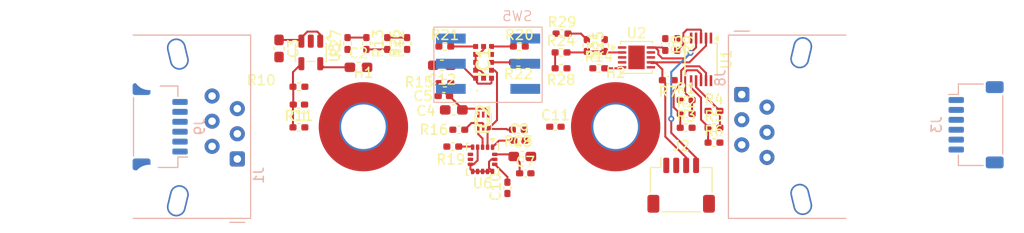
<source format=kicad_pcb>
(kicad_pcb (version 20241229) (generator "pcbnew") (generator_version "9.0")
  (layers (0 "F.Cu" signal) (4 "In1.Cu" signal) (6 "In2.Cu" signal) (2 "B.Cu" signal) (13 "F.Paste" user) (15 "B.Paste" user) (5 "F.SilkS" user "F.Silkscreen") (7 "B.SilkS" user "B.Silkscreen") (1 "F.Mask" user) (3 "B.Mask" user) (25 "Edge.Cuts" user))
  (net 0 "")
  (net 1 "+3.3V")
  (net 2 "Net-(U5-FB)")
  (net 3 "GND")
  (net 4 "+5V")
  (net 5 "Net-(U6-REGOUT)")
  (net 7 "Net-(J3-Pin_2)")
  (net 8 "Net-(J3-Pin_3)")
  (net 9 "Net-(J3-Pin_5)")
  (net 10 "Net-(J3-Pin_4)")
  (net 11 "Net-(J2-Pin_3)")
  (net 12 "Net-(J2-Pin_4)")
  (net 13 "Net-(U1-EN)")
  (net 14 "Net-(R12-Pad1)")
  (net 15 "Net-(U2-XORL)")
  (net 16 "Net-(R13-Pad1)")
  (net 17 "Net-(U2-ENABLE)")
  (net 18 "Net-(U6-~{CS})")
  (net 19 "/Sensors/sda")
  (net 20 "/Sensors/scl")
  (net 21 "Net-(U2-XORH)")
  (net 22 "Net-(R24-Pad1)")
  (net 23 "Net-(R25-Pad1)")
  (net 27 "Net-(IC2-VDD)")
  (net 28 "Net-(IC1-XSHUT)")
  (net 30 "Net-(IC1-GPIO1)")
  (net 31 "Net-(IC2-~{INT})")
  (net 36 "+3V3")
  (footprint "Resistor_SMD:R_0402_1005Metric_Pad0.72x0.64mm_HandSolder" (layer "F.Cu") (at 104.1 94.6 180)
    (property "Reference" "R23" (at 0 -1.17 0) (layer "F.SilkS"))
    (property "Value" "4.7k")
    (pad "1" smd roundrect (at -0.5975 0 180) (size 0.715 0.64) (layers "F.Cu" "F.Mask" "F.Paste") (net 1 "+3.3V"))
    (pad "2" smd roundrect (at 0.5975 0 180) (size 0.715 0.64) (layers "F.Cu" "F.Mask" "F.Paste") (net 20 "/Sensors/scl"))
  )
  (footprint "Resistor_SMD:R_0402_1005Metric_Pad0.72x0.64mm_HandSolder" (layer "F.Cu") (at 123.8025 92.7)
    (property "Reference" "R4" (at 0 -1.17 0) (layer "F.SilkS"))
    (property "Value" "600")
    (pad "1" smd roundrect (at -0.5975 0) (size 0.715 0.64) (layers "F.Cu" "F.Mask" "F.Paste") (net 4 "+5V"))
    (pad "2" smd roundrect (at 0.5975 0) (size 0.715 0.64) (layers "F.Cu" "F.Mask" "F.Paste") (net 10 "Net-(J3-Pin_4)"))
  )
  (footprint "Resistor_SMD:R_0402_1005Metric_Pad0.72x0.64mm_HandSolder" (layer "F.Cu") (at 108.4025 88.4 180)
    (property "Reference" "R28" (at 0 -1.17 0) (layer "F.SilkS"))
    (property "Value" "80k")
    (pad "1" smd roundrect (at -0.5975 0 180) (size 0.715 0.64) (layers "F.Cu" "F.Mask" "F.Paste") (net 1 "+3.3V"))
    (pad "2" smd roundrect (at 0.5975 0 180) (size 0.715 0.64) (layers "F.Cu" "F.Mask" "F.Paste") (net 22 "Net-(R24-Pad1)"))
  )
  (footprint "Resistor_SMD:R_0402_1005Metric_Pad0.72x0.64mm_HandSolder" (layer "F.Cu") (at 111 86.1 -90)
    (property "Reference" "R25" (at 0 -1.17 90) (layer "F.SilkS"))
    (property "Value" "780k")
    (pad "1" smd roundrect (at -0.5975 0 270) (size 0.715 0.64) (layers "F.Cu" "F.Mask" "F.Paste") (net 23 "Net-(R25-Pad1)"))
    (pad "2" smd roundrect (at 0.5975 0 270) (size 0.715 0.64) (layers "F.Cu" "F.Mask" "F.Paste") (net 21 "Net-(U2-XORH)"))
  )
  (footprint "Package_SO:TSSOP-10_3x3mm_P0.5mm" (layer "F.Cu") (at 122.5 87.5 -90)
    (property "Reference" "U1" (at 0 -2.55 90) (layer "F.SilkS"))
    (property "Value" "PCA9615DP")
    (pad "1" smd rect (at -2.15 -1 270) (size 1.1 0.25) (layers "F.Cu" "F.Mask" "F.Paste") (net 1 "+3.3V"))
    (pad "2" smd rect (at -2.15 -0.5 270) (size 1.1 0.25) (layers "F.Cu" "F.Mask" "F.Paste") (net 11 "Net-(J2-Pin_3)"))
    (pad "3" smd rect (at -2.15 0 270) (size 1.1 0.25) (layers "F.Cu" "F.Mask" "F.Paste") (net 13 "Net-(U1-EN)"))
    (pad "4" smd rect (at -2.15 0.5 270) (size 1.1 0.25) (layers "F.Cu" "F.Mask" "F.Paste") (net 12 "Net-(J2-Pin_4)"))
    (pad "5" smd rect (at -2.15 1 270) (size 1.1 0.25) (layers "F.Cu" "F.Mask" "F.Paste") (net 3 "GND"))
    (pad "6" smd rect (at 2.15 1 270) (size 1.1 0.25) (layers "F.Cu" "F.Mask" "F.Paste") (net 9 "Net-(J3-Pin_5)"))
    (pad "7" smd rect (at 2.15 0.5 270) (size 1.1 0.25) (layers "F.Cu" "F.Mask" "F.Paste") (net 10 "Net-(J3-Pin_4)"))
    (pad "8" smd rect (at 2.15 0 270) (size 1.1 0.25) (layers "F.Cu" "F.Mask" "F.Paste") (net 7 "Net-(J3-Pin_2)"))
    (pad "9" smd rect (at 2.15 -0.5 270) (size 1.1 0.25) (layers "F.Cu" "F.Mask" "F.Paste") (net 8 "Net-(J3-Pin_3)"))
    (pad "10" smd rect (at 2.15 -1 270) (size 1.1 0.25) (layers "F.Cu" "F.Mask" "F.Paste") (net 4 "+5V"))
  )
  (footprint "ISL29125:ISL29125IROZT7" (layer "F.Cu") (at 100.5625 93.8 -90)
    (property "Reference" "IC2" (at -0.238 0 90) (layer "F.SilkS") (effects (font (size 1.27 1.27) (thickness 0.254))))
    (property "Value" "ISL29125IROZ-T7" (hide yes))
    (pad "1" smd rect (at -0.65 -0.5) (size 0.25 0.75) (layers "F.Cu" "F.Mask" "F.Paste") (net 27 "Net-(IC2-VDD)"))
    (pad "2" smd rect (at -0.725 0) (size 0.25 0.6) (layers "F.Cu" "F.Mask" "F.Paste"))
    (pad "3" smd rect (at -0.725 0.5) (size 0.25 0.6) (layers "F.Cu" "F.Mask" "F.Paste") (net 3 "GND"))
    (pad "4" smd rect (at 0.725 0.5) (size 0.25 0.6) (layers "F.Cu" "F.Mask" "F.Paste") (net 19 "/Sensors/sda"))
    (pad "5" smd rect (at 0.725 0) (size 0.25 0.6) (layers "F.Cu" "F.Mask" "F.Paste") (net 31 "Net-(IC2-~{INT})"))
    (pad "6" smd rect (at 0.725 -0.5) (size 0.25 0.6) (layers "F.Cu" "F.Mask" "F.Paste") (net 20 "/Sensors/scl"))
  )
  (footprint "Resistor_SMD:R_0402_1005Metric_Pad0.72x0.64mm_HandSolder" (layer "F.Cu") (at 104.1025 87.8 180)
    (property "Reference" "R22" (at 0 -1.17 0) (layer "F.SilkS"))
    (property "Value" "4.7k")
    (pad "1" smd roundrect (at -0.5975 0 180) (size 0.715 0.64) (layers "F.Cu" "F.Mask" "F.Paste") (net 1 "+3.3V"))
    (pad "2" smd roundrect (at 0.5975 0 180) (size 0.715 0.64) (layers "F.Cu" "F.Mask" "F.Paste") (net 19 "/Sensors/sda"))
  )
  (footprint "Capacitor_SMD:C_0603_1608Metric_Pad1.08x0.95mm_HandSolder" (layer "F.Cu") (at 80 86.4 -90)
    (property "Reference" "C3" (at 0 -1.43 90) (layer "F.SilkS"))
    (property "Value" "1u")
    (pad "1" smd roundrect (at -0.8625 0 270) (size 1.075 0.95) (layers "F.Cu" "F.Mask" "F.Paste") (net 4 "+5V"))
    (pad "2" smd roundrect (at 0.8625 0 270) (size 1.075 0.95) (layers "F.Cu" "F.Mask" "F.Paste") (net 3 "GND"))
  )
  (footprint "MountingHole:MountingHole_4.5mm_Pad_TopOnly" (layer "F.Cu") (at 88.5 94.3)
    (property "Reference" "H1" (at 0 -5.45 0) (layer "F.SilkS"))
    (property "Value" "MountingHole_Pad")
    (pad "1" thru_hole circle (at 0 0) (size 4.9 4.9) (drill 4.5) (layers "*.Cu" "*.Mask") (net 3 "GND"))
    (pad "1" connect circle (at 0 0) (size 9 9) (layers "F.Cu" "F.Mask") (net 3 "GND"))
  )
  (footprint "Package_LGA:LGA-16_3x3mm_P0.5mm_LayoutBorder3x5y" (layer "F.Cu") (at 100.5 97.5875 -90)
    (property "Reference" "U6" (at 2.4125 0 180) (layer "F.SilkS"))
    (property "Value" "ICM-20602")
    (pad "1" smd roundrect (at -1.225 -1 270) (size 0.55 0.35) (layers "F.Cu" "F.Mask" "F.Paste") (net 1 "+3.3V"))
    (pad "2" smd roundrect (at -1.225 -0.5 270) (size 0.55 0.35) (layers "F.Cu" "F.Mask" "F.Paste") (net 20 "/Sensors/scl"))
    (pad "3" smd roundrect (at -1.225 0 270) (size 0.55 0.35) (layers "F.Cu" "F.Mask" "F.Paste") (net 19 "/Sensors/sda"))
    (pad "4" smd roundrect (at -1.225 0.5 270) (size 0.55 0.35) (layers "F.Cu" "F.Mask" "F.Paste") (net 3 "GND"))
    (pad "5" smd roundrect (at -1.225 1 270) (size 0.55 0.35) (layers "F.Cu" "F.Mask" "F.Paste") (net 18 "Net-(U6-~{CS})"))
    (pad "6" smd roundrect (at -0.5 1.225 270) (size 0.35 0.55) (layers "F.Cu" "F.Mask" "F.Paste"))
    (pad "7" smd roundrect (at 0 1.225 270) (size 0.35 0.55) (layers "F.Cu" "F.Mask" "F.Paste"))
    (pad "8" smd roundrect (at 0.5 1.225 270) (size 0.35 0.55) (layers "F.Cu" "F.Mask" "F.Paste") (net 3 "GND"))
    (pad "9" smd roundrect (at 1.225 1 270) (size 0.55 0.35) (layers "F.Cu" "F.Mask" "F.Paste") (net 3 "GND"))
    (pad "10" smd roundrect (at 1.225 0.5 270) (size 0.55 0.35) (layers "F.Cu" "F.Mask" "F.Paste") (net 3 "GND"))
    (pad "11" smd roundrect (at 1.225 0 270) (size 0.55 0.35) (layers "F.Cu" "F.Mask" "F.Paste") (net 3 "GND"))
    (pad "12" smd roundrect (at 1.225 -0.5 270) (size 0.55 0.35) (layers "F.Cu" "F.Mask" "F.Paste") (net 3 "GND"))
    (pad "13" smd roundrect (at 1.225 -1 270) (size 0.55 0.35) (layers "F.Cu" "F.Mask" "F.Paste") (net 3 "GND"))
    (pad "14" smd roundrect (at 0.5 -1.225 270) (size 0.35 0.55) (layers "F.Cu" "F.Mask" "F.Paste") (net 5 "Net-(U6-REGOUT)"))
    (pad "15" smd roundrect (at 0 -1.225 270) (size 0.35 0.55) (layers "F.Cu" "F.Mask" "F.Paste") (net 3 "GND"))
    (pad "16" smd roundrect (at -0.5 -1.225 270) (size 0.35 0.55) (layers "F.Cu" "F.Mask" "F.Paste") (net 1 "+3.3V"))
  )
  (footprint "Resistor_SMD:R_0402_1005Metric_Pad0.72x0.64mm_HandSolder" (layer "F.Cu") (at 119.2025 89.6 180)
    (property "Reference" "R7" (at 0 -1.17 0) (layer "F.SilkS"))
    (property "Value" "4.7k")
    (pad "1" smd roundrect (at -0.5975 0 180) (size 0.715 0.64) (layers "F.Cu" "F.Mask" "F.Paste") (net 1 "+3.3V"))
    (pad "2" smd roundrect (at 0.5975 0 180) (size 0.715 0.64) (layers "F.Cu" "F.Mask" "F.Paste") (net 11 "Net-(J2-Pin_3)"))
  )
  (footprint "VL53L4CD:VL53L4CDV0DH1" (layer "F.Cu") (at 100.6 87.8 -90)
    (property "Reference" "IC1" (at 0 0 90) (layer "F.SilkS") (effects (font (size 1.27 1.27) (thickness 0.254))))
    (property "Value" "VL53L4CDV0DH_1" (hide yes))
    (pad "1" smd rect (at 1.64 0.675) (size 0.25 0.58) (layers "F.Cu" "F.Mask" "F.Paste") (net 36 "+3V3"))
    (pad "2" smd rect (at 0.8 0.8) (size 0.5 0.5) (layers "F.Cu" "F.Mask" "F.Paste") (net 3 "GND"))
    (pad "3" smd rect (at 0 0.8) (size 0.5 0.5) (layers "F.Cu" "F.Mask" "F.Paste") (net 3 "GND"))
    (pad "4" smd rect (at -0.8 0.8) (size 0.5 0.5) (layers "F.Cu" "F.Mask" "F.Paste") (net 3 "GND"))
    (pad "5" smd rect (at -1.6 0.8) (size 0.5 0.5) (layers "F.Cu" "F.Mask" "F.Paste") (net 28 "Net-(IC1-XSHUT)"))
    (pad "6" smd rect (at -1.6 0) (size 0.5 0.5) (layers "F.Cu" "F.Mask" "F.Paste") (net 3 "GND"))
    (pad "7" smd rect (at -1.6 -0.8) (size 0.5 0.5) (layers "F.Cu" "F.Mask" "F.Paste") (net 30 "Net-(IC1-GPIO1)"))
    (pad "8" smd rect (at -0.8 -0.8) (size 0.5 0.5) (layers "F.Cu" "F.Mask" "F.Paste"))
    (pad "9" smd rect (at 0 -0.8) (size 0.5 0.5) (layers "F.Cu" "F.Mask" "F.Paste") (net 19 "/Sensors/sda"))
    (pad "10" smd rect (at 0.8 -0.8) (size 0.5 0.5) (layers "F.Cu" "F.Mask" "F.Paste") (net 20 "/Sensors/scl"))
    (pad "11" smd rect (at 1.6 -0.8) (size 0.5 0.5) (layers "F.Cu" "F.Mask" "F.Paste") (net 36 "+3V3"))
    (pad "12" smd rect (at 1.6 -0.001) (size 0.5 0.5) (layers "F.Cu" "F.Mask" "F.Paste") (net 3 "GND"))
    (pad "13" smd rect (at 1.6 0.925) (size 0.25 0.5) (layers "F.Cu" "F.Mask" "F.Paste") (net 36 "+3V3"))
  )
  (footprint "Resistor_SMD:R_0402_1005Metric_Pad0.72x0.64mm_HandSolder" (layer "F.Cu") (at 96.7025 89.9)
    (property "Reference" "R15" (at -2.6025 -0.1 0) (layer "F.SilkS"))
    (property "Value" "100")
    (pad "1" smd roundrect (at -0.5975 0) (size 0.715 0.64) (layers "F.Cu" "F.Mask" "F.Paste") (net 27 "Net-(IC2-VDD)"))
    (pad "2" smd roundrect (at 0.5975 0) (size 0.715 0.64) (layers "F.Cu" "F.Mask" "F.Paste") (net 1 "+3.3V"))
  )
  (footprint "Capacitor_SMD:C_0603_1608Metric_Pad1.08x0.95mm_HandSolder" (layer "F.Cu") (at 88 88.3)
    (property "Reference" "C2" (at 0 -1.43 0) (layer "F.SilkS"))
    (property "Value" "1u")
    (pad "1" smd roundrect (at -0.8625 0) (size 1.075 0.95) (layers "F.Cu" "F.Mask" "F.Paste") (net 1 "+3.3V"))
    (pad "2" smd roundrect (at 0.8625 0) (size 1.075 0.95) (layers "F.Cu" "F.Mask" "F.Paste") (net 3 "GND"))
  )
  (footprint "Resistor_SMD:R_0402_1005Metric_Pad0.72x0.64mm_HandSolder" (layer "F.Cu") (at 90.9 85.8975 -90)
    (property "Reference" "R12" (at 0 -1.17 90) (layer "F.SilkS"))
    (property "Value" "400k")
    (pad "1" smd roundrect (at -0.5975 0 270) (size 0.715 0.64) (layers "F.Cu" "F.Mask" "F.Paste") (net 14 "Net-(R12-Pad1)"))
    (pad "2" smd roundrect (at 0.5975 0 270) (size 0.715 0.64) (layers "F.Cu" "F.Mask" "F.Paste") (net 15 "Net-(U2-XORL)"))
  )
  (footprint "Resistor_SMD:R_0402_1005Metric_Pad0.72x0.64mm_HandSolder" (layer "F.Cu") (at 112.2 88.4)
    (property "Reference" "R14" (at 0 -1.17 0) (layer "F.SilkS"))
    (property "Value" "10k")
    (pad "1" smd roundrect (at -0.5975 0) (size 0.715 0.64) (layers "F.Cu" "F.Mask" "F.Paste") (net 1 "+3.3V"))
    (pad "2" smd roundrect (at 0.5975 0) (size 0.715 0.64) (layers "F.Cu" "F.Mask" "F.Paste") (net 17 "Net-(U2-ENABLE)"))
  )
  (footprint "Resistor_SMD:R_0402_1005Metric_Pad0.72x0.64mm_HandSolder" (layer "F.Cu") (at 92.9 85.8975 90)
    (property "Reference" "R26" (at 0 -1.17 90) (layer "F.SilkS"))
    (property "Value" "10k")
    (pad "1" smd roundrect (at -0.5975 0 90) (size 0.715 0.64) (layers "F.Cu" "F.Mask" "F.Paste") (net 1 "+3.3V"))
    (pad "2" smd roundrect (at 0.5975 0 90) (size 0.715 0.64) (layers "F.Cu" "F.Mask" "F.Paste") (net 14 "Net-(R12-Pad1)"))
  )
  (footprint "Capacitor_SMD:C_0603_1608Metric_Pad1.08x0.95mm_HandSolder" (layer "F.Cu") (at 104.5 97.3)
    (property "Reference" "C8" (at 0 -1.43 0) (layer "F.SilkS"))
    (property "Value" "2.2u")
    (pad "1" smd roundrect (at -0.8625 0) (size 1.075 0.95) (layers "F.Cu" "F.Mask" "F.Paste") (net 1 "+3.3V"))
    (pad "2" smd roundrect (at 0.8625 0) (size 1.075 0.95) (layers "F.Cu" "F.Mask" "F.Paste") (net 3 "GND"))
  )
  (footprint "Capacitor_SMD:C_0402_1005Metric_Pad0.74x0.62mm_HandSolder" (layer "F.Cu") (at 107.835 94.3)
    (property "Reference" "C11" (at 0 -1.16 0) (layer "F.SilkS"))
    (property "Value" "0.1u")
    (pad "1" smd roundrect (at -0.5675 0) (size 0.735 0.62) (layers "F.Cu" "F.Mask" "F.Paste") (net 36 "+3V3"))
    (pad "2" smd roundrect (at 0.5675 0) (size 0.735 0.62) (layers "F.Cu" "F.Mask" "F.Paste") (net 3 "GND"))
  )
  (footprint "Resistor_SMD:R_0402_1005Metric_Pad0.72x0.64mm_HandSolder" (layer "F.Cu") (at 108.5 84.9)
    (property "Reference" "R29" (at 0 -1.17 0) (layer "F.SilkS"))
    (property "Value" "40k")
    (pad "1" smd roundrect (at -0.5975 0) (size 0.715 0.64) (layers "F.Cu" "F.Mask" "F.Paste") (net 1 "+3.3V"))
    (pad "2" smd roundrect (at 0.5975 0) (size 0.715 0.64) (layers "F.Cu" "F.Mask" "F.Paste") (net 23 "Net-(R25-Pad1)"))
  )
  (footprint "Resistor_SMD:R_0402_1005Metric_Pad0.72x0.64mm_HandSolder" (layer "F.Cu") (at 121 91.6)
    (property "Reference" "R1" (at 0 -1.17 0) (layer "F.SilkS"))
    (property "Value" "600")
    (pad "1" smd roundrect (at -0.5975 0) (size 0.715 0.64) (layers "F.Cu" "F.Mask" "F.Paste") (net 4 "+5V"))
    (pad "2" smd roundrect (at 0.5975 0) (size 0.715 0.64) (layers "F.Cu" "F.Mask" "F.Paste") (net 7 "Net-(J3-Pin_2)"))
  )
  (footprint "Resistor_SMD:R_0402_1005Metric_Pad0.72x0.64mm_HandSolder" (layer "F.Cu") (at 97.5 96.3)
    (property "Reference" "R19" (at -0.2 1.3 0) (layer "F.SilkS"))
    (property "Value" "4.7k")
    (pad "1" smd roundrect (at -0.5975 0) (size 0.715 0.64) (layers "F.Cu" "F.Mask" "F.Paste") (net 1 "+3.3V"))
    (pad "2" smd roundrect (at 0.5975 0) (size 0.715 0.64) (layers "F.Cu" "F.Mask" "F.Paste") (net 18 "Net-(U6-~{CS})"))
  )
  (footprint "Resistor_SMD:R_0402_1005Metric_Pad0.72x0.64mm_HandSolder" (layer "F.Cu") (at 118.9 86.0025 -90)
    (property "Reference" "R8" (at 0 -1.17 90) (layer "F.SilkS"))
    (property "Value" "4.7k")
    (pad "1" smd roundrect (at -0.5975 0 270) (size 0.715 0.64) (layers "F.Cu" "F.Mask" "F.Paste") (net 1 "+3.3V"))
    (pad "2" smd roundrect (at 0.5975 0 270) (size 0.715 0.64) (layers "F.Cu" "F.Mask" "F.Paste") (net 12 "Net-(J2-Pin_4)"))
  )
  (footprint "Resistor_SMD:R_0402_1005Metric_Pad0.72x0.64mm_HandSolder" (layer "F.Cu") (at 86.9 85.8975 90)
    (property "Reference" "R27" (at 0 -1.17 90) (layer "F.SilkS"))
    (property "Value" "10k")
    (pad "1" smd roundrect (at -0.5975 0 90) (size 0.715 0.64) (layers "F.Cu" "F.Mask" "F.Paste") (net 1 "+3.3V"))
    (pad "2" smd roundrect (at 0.5975 0 90) (size 0.715 0.64) (layers "F.Cu" "F.Mask" "F.Paste") (net 16 "Net-(R13-Pad1)"))
  )
  (footprint "Resistor_SMD:R_0402_1005Metric_Pad0.72x0.64mm_HandSolder" (layer "F.Cu") (at 123.805 95.9)
    (property "Reference" "R6" (at 0 -1.17 0) (layer "F.SilkS"))
    (property "Value" "600")
    (pad "1" smd roundrect (at -0.5975 0) (size 0.715 0.64) (layers "F.Cu" "F.Mask" "F.Paste") (net 9 "Net-(J3-Pin_5)"))
    (pad "2" smd roundrect (at 0.5975 0) (size 0.715 0.64) (layers "F.Cu" "F.Mask" "F.Paste") (net 3 "GND"))
  )
  (footprint "Connector_JST:JST_SH_SM04B-SRSS-TB_1x04-1MP_P1.00mm_Horizontal" (layer "F.Cu") (at 120.5 100.2)
    (property "Reference" "J2" (at 0 -3.98 0) (layer "F.SilkS"))
    (property "Value" "Conn_01x04")
    (pad "1" smd roundrect (at -1.5 -2) (size 0.6 1.55) (layers "F.Cu" "F.Mask" "F.Paste") (net 3 "GND"))
    (pad "2" smd roundrect (at -0.5 -2) (size 0.6 1.55) (layers "F.Cu" "F.Mask" "F.Paste") (net 4 "+5V"))
    (pad "3" smd roundrect (at 0.5 -2) (size 0.6 1.55) (layers "F.Cu" "F.Mask" "F.Paste") (net 11 "Net-(J2-Pin_3)"))
    (pad "4" smd roundrect (at 1.5 -2) (size 0.6 1.55) (layers "F.Cu" "F.Mask" "F.Paste") (net 12 "Net-(J2-Pin_4)"))
    (pad "MP" smd roundrect (at -2.8 1.875) (size 1.2 1.8) (layers "F.Cu" "F.Mask" "F.Paste") (roundrect_rratio 0.208333))
    (pad "MP" smd roundrect (at 2.8 1.875) (size 1.2 1.8) (layers "F.Cu" "F.Mask" "F.Paste") (roundrect_rratio 0.208333))
  )
  (footprint "Capacitor_SMD:C_0603_1608Metric_Pad1.08x0.95mm_HandSolder" (layer "F.Cu") (at 96.4 88.1 180)
    (property "Reference" "C12" (at 0 -1.43 0) (layer "F.SilkS"))
    (property "Value" "4.7u")
    (pad "1" smd roundrect (at -0.8625 0 180) (size 1.075 0.95) (layers "F.Cu" "F.Mask" "F.Paste") (net 36 "+3V3"))
    (pad "2" smd roundrect (at 0.8625 0 180) (size 1.075 0.95) (layers "F.Cu" "F.Mask" "F.Paste") (net 3 "GND"))
  )
  (footprint "Capacitor_SMD:C_0402_1005Metric_Pad0.74x0.62mm_HandSolder" (layer "F.Cu") (at 82.0025 92.0625 180)
    (property "Reference" "C1" (at 0 -1.16 0) (layer "F.SilkS"))
    (property "Value" "1n")
    (pad "1" smd roundrect (at -0.5675 0 180) (size 0.735 0.62) (layers "F.Cu" "F.Mask" "F.Paste") (net 1 "+3.3V"))
    (pad "2" smd roundrect (at 0.5675 0 180) (size 0.735 0.62) (layers "F.Cu" "F.Mask" "F.Paste") (net 2 "Net-(U5-FB)"))
  )
  (footprint "Resistor_SMD:R_0402_1005Metric_Pad0.72x0.64mm_HandSolder" (layer "F.Cu") (at 120.1 86 -90)
    (property "Reference" "R9" (at 0 -1.17 90) (layer "F.SilkS"))
    (property "Value" "10k")
    (pad "1" smd roundrect (at -0.5975 0 270) (size 0.715 0.64) (layers "F.Cu" "F.Mask" "F.Paste") (net 1 "+3.3V"))
    (pad "2" smd roundrect (at 0.5975 0 270) (size 0.715 0.64) (layers "F.Cu" "F.Mask" "F.Paste") (net 13 "Net-(U1-EN)"))
  )
  (footprint "Capacitor_SMD:C_0402_1005Metric_Pad0.74x0.62mm_HandSolder" (layer "F.Cu") (at 96.6 91.2 180)
    (property "Reference" "C5" (at 2.1 0 0) (layer "F.SilkS"))
    (property "Value" "0.1u")
    (pad "1" smd roundrect (at -0.5675 0 180) (size 0.735 0.62) (layers "F.Cu" "F.Mask" "F.Paste") (net 27 "Net-(IC2-VDD)"))
    (pad "2" smd roundrect (at 0.5675 0 180) (size 0.735 0.62) (layers "F.Cu" "F.Mask" "F.Paste") (net 3 "GND"))
  )
  (footprint "Resistor_SMD:R_0402_1005Metric_Pad0.72x0.64mm_HandSolder" (layer "F.Cu") (at 108.4025 86.8)
    (property "Reference" "R24" (at 0 -1.17 0) (layer "F.SilkS"))
    (property "Value" "400k")
    (pad "1" smd roundrect (at -0.5975 0) (size 0.715 0.64) (layers "F.Cu" "F.Mask" "F.Paste") (net 22 "Net-(R24-Pad1)"))
    (pad "2" smd roundrect (at 0.5975 0) (size 0.715 0.64) (layers "F.Cu" "F.Mask" "F.Paste") (net 21 "Net-(U2-XORH)"))
  )
  (footprint "Resistor_SMD:R_0402_1005Metric_Pad0.72x0.64mm_HandSolder" (layer "F.Cu") (at 112.8 86.1 90)
    (property "Reference" "R31" (at 0 -1.17 90) (layer "F.SilkS"))
    (property "Value" "260k")
    (pad "1" smd roundrect (at -0.5975 0 90) (size 0.715 0.64) (layers "F.Cu" "F.Mask" "F.Paste") (net 21 "Net-(U2-XORH)"))
    (pad "2" smd roundrect (at 0.5975 0 90) (size 0.715 0.64) (layers "F.Cu" "F.Mask" "F.Paste") (net 3 "GND"))
  )
  (footprint "MountingHole:MountingHole_4.5mm_Pad_TopOnly" (layer "F.Cu") (at 113.9 94.3)
    (property "Reference" "H2" (at 0 -5.45 0) (layer "F.SilkS"))
    (property "Value" "MountingHole_Pad")
    (pad "1" thru_hole circle (at 0 0) (size 4.9 4.9) (drill 4.5) (layers "*.Cu" "*.Mask") (net 3 "GND"))
    (pad "1" connect circle (at 0 0) (size 9 9) (layers "F.Cu" "F.Mask") (net 3 "GND"))
  )
  (footprint "Resistor_SMD:R_0402_1005Metric_Pad0.72x0.64mm_HandSolder" (layer "F.Cu") (at 82.0025 90.2625 180)
    (property "Reference" "R10" (at 3.8 0.6625 0) (layer "F.SilkS"))
    (property "Value" "52k")
    (pad "1" smd roundrect (at -0.5975 0 180) (size 0.715 0.64) (layers "F.Cu" "F.Mask" "F.Paste") (net 1 "+3.3V"))
    (pad "2" smd roundrect (at 0.5975 0 180) (size 0.715 0.64) (layers "F.Cu" "F.Mask" "F.Paste") (net 2 "Net-(U5-FB)"))
  )
  (footprint "Resistor_SMD:R_0402_1005Metric_Pad0.72x0.64mm_HandSolder" (layer "F.Cu") (at 123.8025 94.4)
    (property "Reference" "R5" (at 0 -1.17 0) (layer "F.SilkS"))
    (property "Value" "120")
    (pad "1" smd roundrect (at -0.5975 0) (size 0.715 0.64) (layers "F.Cu" "F.Mask" "F.Paste") (net 9 "Net-(J3-Pin_5)"))
    (pad "2" smd roundrect (at 0.5975 0) (size 0.715 0.64) (layers "F.Cu" "F.Mask" "F.Paste") (net 10 "Net-(J3-Pin_4)"))
  )
  (footprint "Capacitor_SMD:C_0402_1005Metric_Pad0.74x0.62mm_HandSolder" (layer "F.Cu") (at 103 100.4675 -90)
    (property "Reference" "C10" (at -0.1 1.2 90) (layer "F.SilkS"))
    (property "Value" "0.1u")
    (pad "1" smd roundrect (at -0.5675 0 270) (size 0.735 0.62) (layers "F.Cu" "F.Mask" "F.Paste") (net 5 "Net-(U6-REGOUT)"))
    (pad "2" smd roundrect (at 0.5675 0 270) (size 0.735 0.62) (layers "F.Cu" "F.Mask" "F.Paste") (net 3 "GND"))
  )
  (footprint "Resistor_SMD:R_0402_1005Metric_Pad0.72x0.64mm_HandSolder" (layer "F.Cu") (at 98.1025 94.6)
    (property "Reference" "R16" (at -2.5025 0 0) (layer "F.SilkS"))
    (property "Value" "4.7k")
    (pad "1" smd roundrect (at -0.5975 0) (size 0.715 0.64) (layers "F.Cu" "F.Mask" "F.Paste") (net 1 "+3.3V"))
    (pad "2" smd roundrect (at 0.5975 0) (size 0.715 0.64) (layers "F.Cu" "F.Mask" "F.Paste") (net 31 "Net-(IC2-~{INT})"))
  )
  (footprint "Resistor_SMD:R_0402_1005Metric_Pad0.72x0.64mm_HandSolder" (layer "F.Cu") (at 121.0025 93)
    (property "Reference" "R2" (at 0 -1.17 0) (layer "F.SilkS"))
    (property "Value" "120")
    (pad "1" smd roundrect (at -0.5975 0) (size 0.715 0.64) (layers "F.Cu" "F.Mask" "F.Paste") (net 8 "Net-(J3-Pin_3)"))
    (pad "2" smd roundrect (at 0.5975 0) (size 0.715 0.64) (layers "F.Cu" "F.Mask" "F.Paste") (net 7 "Net-(J3-Pin_2)"))
  )
  (footprint "Capacitor_SMD:C_0603_1608Metric_Pad1.08x0.95mm_HandSolder" (layer "F.Cu") (at 97.6 92.6 180)
    (property "Reference" "C4" (at 2.8 -0.1 0) (layer "F.SilkS"))
    (property "Value" "1u")
    (pad "1" smd roundrect (at -0.8625 0 180) (size 1.075 0.95) (layers "F.Cu" "F.Mask" "F.Paste") (net 27 "Net-(IC2-VDD)"))
    (pad "2" smd roundrect (at 0.8625 0 180) (size 1.075 0.95) (layers "F.Cu" "F.Mask" "F.Paste") (net 3 "GND"))
  )
  (footprint "Package_DFN_QFN:DFN-10-1EP_3x3mm_P0.5mm_EP1.65x2.38mm" (layer "F.Cu") (at 116 87.3)
    (property "Reference" "U2" (at 0 -2.45 0) (layer "F.SilkS"))
    (property "Value" "LTC4316xDD")
    (pad "1" smd roundrect (at -1.45 -1) (size 0.85 0.25) (layers "F.Cu" "F.Mask" "F.Paste") (net 3 "GND"))
    (pad "2" smd roundrect (at -1.45 -0.5) (size 0.85 0.25) (layers "F.Cu" "F.Mask" "F.Paste") (net 21 "Net-(U2-XORH)"))
    (pad "3" smd roundrect (at -1.45 0) (size 0.85 0.25) (layers "F.Cu" "F.Mask" "F.Paste") (net 15 "Net-(U2-XORL)"))
    (pad "4" smd roundrect (at -1.45 0.5) (size 0.85 0.25) (layers "F.Cu" "F.Mask" "F.Paste") (net 1 "+3.3V"))
    (pad "5" smd roundrect (at -1.45 1) (size 0.85 0.25) (layers "F.Cu" "F.Mask" "F.Paste") (net 17 "Net-(U2-ENABLE)"))
    (pad "6" smd roundrect (at 1.45 1) (size 0.85 0.25) (layers "F.Cu" "F.Mask" "F.Paste"))
    (pad "7" smd roundrect (at 1.45 0.5) (size 0.85 0.25) (layers "F.Cu" "F.Mask" "F.Paste") (net 11 "Net-(J2-Pin_3)"))
    (pad "8" smd roundrect (at 1.45 0) (size 0.85 0.25) (layers "F.Cu" "F.Mask" "F.Paste") (net 19 "/Sensors/sda"))
    (pad "9" smd roundrect (at 1.45 -0.5) (size 0.85 0.25) (layers "F.Cu" "F.Mask" "F.Paste") (net 20 "/Sensors/scl"))
    (pad "10" smd roundrect (at 1.45 -1) (size 0.85 0.25) (layers "F.Cu" "F.Mask" "F.Paste") (net 12 "Net-(J2-Pin_4)"))
    (pad "11" smd rect (at 0 0) (size 1.65 2.38) (property pad_prop_heatsink) (layers "F.Cu" "F.Mask") (net 3 "GND"))
  )
  (footprint "Resistor_SMD:R_0402_1005Metric_Pad0.72x0.64mm_HandSolder" (layer "F.Cu") (at 121.0025 94.4)
    (property "Reference" "R3" (at 0 -1.17 0) (layer "F.SilkS"))
    (property "Value" "600")
    (pad "1" smd roundrect (at -0.5975 0) (size 0.715 0.64) (layers "F.Cu" "F.Mask" "F.Paste") (net 8 "Net-(J3-Pin_3)"))
    (pad "2" smd roundrect (at 0.5975 0) (size 0.715 0.64) (layers "F.Cu" "F.Mask" "F.Paste") (net 3 "GND"))
  )
  (footprint "Capacitor_SMD:C_0402_1005Metric_Pad0.74x0.62mm_HandSolder" (layer "F.Cu") (at 104.8 99)
    (property "Reference" "C7" (at 0 -1.16 0) (layer "F.SilkS"))
    (property "Value" "0.1u")
    (pad "1" smd roundrect (at -0.5675 0) (size 0.735 0.62) (layers "F.Cu" "F.Mask" "F.Paste") (net 1 "+3.3V"))
    (pad "2" smd roundrect (at 0.5675 0) (size 0.735 0.62) (layers "F.Cu" "F.Mask" "F.Paste") (net 3 "GND"))
  )
  (footprint "Resistor_SMD:R_0402_1005Metric_Pad0.72x0.64mm_HandSolder" (layer "F.Cu") (at 96.6975 86.2)
    (property "Reference" "R21" (at 0 -1.17 0) (layer "F.SilkS"))
    (property "Value" "10k")
    (pad "1" smd roundrect (at -0.5975 0) (size 0.715 0.64) (layers "F.Cu" "F.Mask" "F.Paste") (net 36 "+3V3"))
    (pad "2" smd roundrect (at 0.5975 0) (size 0.715 0.64) (layers "F.Cu" "F.Mask" "F.Paste") (net 28 "Net-(IC1-XSHUT)"))
  )
  (footprint "Resistor_SMD:R_0402_1005Metric_Pad0.72x0.64mm_HandSolder" (layer "F.Cu") (at 82.0025 94.3625)
    (property "Reference" "R11" (at 0 -1.17 0) (layer "F.SilkS"))
    (property "Value" "30k")
    (pad "1" smd roundrect (at -0.5975 0) (size 0.715 0.64) (layers "F.Cu" "F.Mask" "F.Paste") (net 2 "Net-(U5-FB)"))
    (pad "2" smd roundrect (at 0.5975 0) (size 0.715 0.64) (layers "F.Cu" "F.Mask" "F.Paste") (net 3 "GND"))
  )
  (footprint "Capacitor_SMD:C_0402_1005Metric_Pad0.74x0.62mm_HandSolder" (layer "F.Cu") (at 104.2 95.7)
    (property "Reference" "C9" (at 0 -1.16 0) (layer "F.SilkS"))
    (property "Value" "10n")
    (pad "1" smd roundrect (at -0.5675 0) (size 0.735 0.62) (layers "F.Cu" "F.Mask" "F.Paste") (net 1 "+3.3V"))
    (pad "2" smd roundrect (at 0.5675 0) (size 0.735 0.62) (layers "F.Cu" "F.Mask" "F.Paste") (net 3 "GND"))
  )
  (footprint "Resistor_SMD:R_0402_1005Metric_Pad0.72x0.64mm_HandSolder" (layer "F.Cu") (at 104.2 86.2)
    (property "Reference" "R20" (at 0 -1.17 0) (layer "F.SilkS"))
    (property "Value" "10k")
    (pad "1" smd roundrect (at -0.5975 0) (size 0.715 0.64) (layers "F.Cu" "F.Mask" "F.Paste") (net 30 "Net-(IC1-GPIO1)"))
    (pad "2" smd roundrect (at 0.5975 0) (size 0.715 0.64) (layers "F.Cu" "F.Mask" "F.Paste") (net 36 "+3V3"))
  )
  (footprint "Resistor_SMD:R_0402_1005Metric_Pad0.72x0.64mm_HandSolder" (layer "F.Cu") (at 88.8 85.8975 -90)
    (property "Reference" "R13" (at 0 -1.17 90) (layer "F.SilkS"))
    (property "Value" "750k")
    (pad "1" smd roundrect (at -0.5975 0 270) (size 0.715 0.64) (layers "F.Cu" "F.Mask" "F.Paste") (net 16 "Net-(R13-Pad1)"))
    (pad "2" smd roundrect (at 0.5975 0 270) (size 0.715 0.64) (layers "F.Cu" "F.Mask" "F.Paste") (net 15 "Net-(U2-XORL)"))
  )
  (footprint "Package_TO_SOT_SMD:SOT-23-5" (layer "F.Cu") (at 83.2 86.8 -90)
    (property "Reference" "U5" (at 0 -2.4 90) (layer "F.SilkS"))
    (property "Value" "TPS73101DBV")
    (pad "1" smd roundrect (at -1.1375 -0.95 270) (size 1.325 0.6) (layers "F.Cu" "F.Mask" "F.Paste") (net 4 "+5V"))
    (pad "2" smd roundrect (at -1.1375 0 270) (size 1.325 0.6) (layers "F.Cu" "F.Mask" "F.Paste") (net 3 "GND"))
    (pad "3" smd roundrect (at -1.1375 0.95 270) (size 1.325 0.6) (layers "F.Cu" "F.Mask" "F.Paste") (net 4 "+5V"))
    (pad "4" smd roundrect (at 1.1375 0.95 270) (size 1.325 0.6) (layers "F.Cu" "F.Mask" "F.Paste") (net 2 "Net-(U5-FB)"))
    (pad "5" smd roundrect (at 1.1375 -0.95 270) (size 1.325 0.6) (layers "F.Cu" "F.Mask" "F.Paste") (net 1 "+3.3V"))
  )
  (footprint "Connector_JST:JST_SH_SM06B-SRSS-TB_1x06-1MP_P1.00mm_Horizontal" (layer "B.Cu") (at 68.03 94.3 90)
    (property "Reference" "J9" (at 0 3.98 90) (layer "B.SilkS") (effects (justify mirror)))
    (property "Value" "Conn_01x06")
    (pad "1" smd roundrect (at -2.5 2 90) (size 0.6 1.55) (layers "B.Cu" "B.Mask" "B.Paste") (net 4 "+5V"))
    (pad "2" smd roundrect (at -1.5 2 90) (size 0.6 1.55) (layers "B.Cu" "B.Mask" "B.Paste") (net 7 "Net-(J3-Pin_2)"))
    (pad "3" smd roundrect (at -0.5 2 90) (size 0.6 1.55) (layers "B.Cu" "B.Mask" "B.Paste") (net 8 "Net-(J3-Pin_3)"))
    (pad "4" smd roundrect (at 0.5 2 90) (size 0.6 1.55) (layers "B.Cu" "B.Mask" "B.Paste") (net 10 "Net-(J3-Pin_4)"))
    (pad "5" smd roundrect (at 1.5 2 90) (size 0.6 1.55) (layers "B.Cu" "B.Mask" "B.Paste") (net 9 "Net-(J3-Pin_5)"))
    (pad "6" smd roundrect (at 2.5 2 90) (size 0.6 1.55) (layers "B.Cu" "B.Mask" "B.Paste") (net 3 "GND"))
    (pad "MP" smd roundrect (at -3.8 -1.875 90) (size 1.2 1.8) (layers "B.Cu" "B.Mask" "B.Paste") (roundrect_rratio 0.208333))
    (pad "MP" smd roundrect (at 3.8 -1.875 90) (size 1.2 1.8) (layers "B.Cu" "B.Mask" "B.Paste") (roundrect_rratio 0.208333))
  )
  (footprint "RJ12_Pin_Connector:RJ12_Pin_Connector" (layer "B.Cu") (at 126.6 91.05 -90)
    (property "Reference" "J8" (at -1.66 2.16 90) (layer "B.SilkS") (effects (justify mirror)))
    (property "Value" "RJ12_Shielded")
    (pad "" np_thru_hole circle (at -2.2175 -8.89 270) (size 3.25 3.25) (drill oval 3.885 3.25) (layers "F&B.Cu" "*.Mask"))
    (pad "" np_thru_hole circle (at 8.5775 -8.89 270) (size 3.25 3.25) (drill oval 3.885 3.25) (layers "F&B.Cu" "*.Mask"))
    (pad "1" thru_hole roundrect (at 0 0 270) (size 1.52 1.52) (drill 0.76) (layers "*.Cu" "*.Mask") (roundrect_rratio 0.1644736842) (net 4 "+5V"))
    (pad "2" thru_hole circle (at 1.27 -2.54 270) (size 1.52 1.52) (drill 0.76) (layers "*.Cu" "*.Mask") (net 7 "Net-(J3-Pin_2)"))
    (pad "3" thru_hole circle (at 2.54 0 270) (size 1.52 1.52) (drill 0.76) (layers "*.Cu" "*.Mask") (net 8 "Net-(J3-Pin_3)"))
    (pad "4" thru_hole circle (at 3.81 -2.54 270) (size 1.52 1.52) (drill 0.76) (layers "*.Cu" "*.Mask") (net 10 "Net-(J3-Pin_4)"))
    (pad "5" thru_hole circle (at 5.08 0 270) (size 1.52 1.52) (drill 0.76) (layers "*.Cu" "*.Mask") (net 9 "Net-(J3-Pin_5)"))
    (pad "6" thru_hole circle (at 6.35 -2.54 270) (size 1.52 1.52) (drill 0.76) (layers "*.Cu" "*.Mask") (net 3 "GND"))
    (pad "SH" thru_hole oval (at -4.222197 -5.990478 76.5) (size 3.181 1.9) (drill oval 2.851 1.57) (layers "*.Cu" "*.Mask"))
    (pad "SH" thru_hole oval (at 10.582197 -5.990478 103.5) (size 3.181 1.9) (drill oval 2.851 1.57) (layers "*.Cu" "*.Mask"))
  )
  (footprint "Connector_JST:JST_SH_SM06B-SRSS-TB_1x06-1MP_P1.00mm_Horizontal" (layer "B.Cu") (at 150.2 94.1 -90)
    (property "Reference" "J3" (at 0 3.98 90) (layer "B.SilkS") (effects (justify mirror)))
    (property "Value" "Conn_01x06")
    (pad "1" smd roundrect (at -2.5 2 270) (size 0.6 1.55) (layers "B.Cu" "B.Mask" "B.Paste") (net 4 "+5V"))
    (pad "2" smd roundrect (at -1.5 2 270) (size 0.6 1.55) (layers "B.Cu" "B.Mask" "B.Paste") (net 7 "Net-(J3-Pin_2)"))
    (pad "3" smd roundrect (at -0.5 2 270) (size 0.6 1.55) (layers "B.Cu" "B.Mask" "B.Paste") (net 8 "Net-(J3-Pin_3)"))
    (pad "4" smd roundrect (at 0.5 2 270) (size 0.6 1.55) (layers "B.Cu" "B.Mask" "B.Paste") (net 10 "Net-(J3-Pin_4)"))
    (pad "5" smd roundrect (at 1.5 2 270) (size 0.6 1.55) (layers "B.Cu" "B.Mask" "B.Paste") (net 9 "Net-(J3-Pin_5)"))
    (pad "6" smd roundrect (at 2.5 2 270) (size 0.6 1.55) (layers "B.Cu" "B.Mask" "B.Paste") (net 3 "GND"))
    (pad "MP" smd roundrect (at -3.8 -1.875 270) (size 1.2 1.8) (layers "B.Cu" "B.Mask" "B.Paste") (roundrect_rratio 0.208333))
    (pad "MP" smd roundrect (at 3.8 -1.875 270) (size 1.2 1.8) (layers "B.Cu" "B.Mask" "B.Paste") (roundrect_rratio 0.208333))
  )
  (footprint "RJ12_Pin_Connector:RJ12_Pin_Connector" (layer "B.Cu") (at 75.8 97.55 90)
    (property "Reference" "J1" (at -1.66 2.16 90) (layer "B.SilkS") (effects (justify mirror)))
    (property "Value" "RJ12_Shielded")
    (pad "" np_thru_hole circle (at -2.2175 -8.89 90) (size 3.25 3.25) (drill oval 3.885 3.25) (layers "F&B.Cu" "*.Mask"))
    (pad "" np_thru_hole circle (at 8.5775 -8.89 90) (size 3.25 3.25) (drill oval 3.885 3.25) (layers "F&B.Cu" "*.Mask"))
    (pad "1" thru_hole roundrect (at 0 0 90) (size 1.52 1.52) (drill 0.76) (layers "*.Cu" "*.Mask") (roundrect_rratio 0.1644736842) (net 4 "+5V"))
    (pad "2" thru_hole circle (at 1.27 -2.54 90) (size 1.52 1.52) (drill 0.76) (layers "*.Cu" "*.Mask") (net 7 "Net-(J3-Pin_2)"))
    (pad "3" thru_hole circle (at 2.54 0 90) (size 1.52 1.52) (drill 0.76) (layers "*.Cu" "*.Mask") (net 8 "Net-(J3-Pin_3)"))
    (pad "4" thru_hole circle (at 3.81 -2.54 90) (size 1.52 1.52) (drill 0.76) (layers "*.Cu" "*.Mask") (net 10 "Net-(J3-Pin_4)"))
    (pad "5" thru_hole circle (at 5.08 0 90) (size 1.52 1.52) (drill 0.76) (layers "*.Cu" "*.Mask") (net 9 "Net-(J3-Pin_5)"))
    (pad "6" thru_hole circle (at 6.35 -2.54 90) (size 1.52 1.52) (drill 0.76) (layers "*.Cu" "*.Mask") (net 3 "GND"))
    (pad "SH" thru_hole oval (at -4.222197 -5.990478 256.5) (size 3.181 1.9) (drill oval 2.851 1.57) (layers "*.Cu" "*.Mask"))
    (pad "SH" thru_hole oval (at 10.582197 -5.990478 283.5) (size 3.181 1.9) (drill oval 2.851 1.57) (layers "*.Cu" "*.Mask"))
  )
  (footprint "RJ12_Pin_Connector:Rotary_Switch_16_pos" (layer "B.Cu") (at 101 92.94 180)
    (property "Reference" "SW5" (at -3 9.8 0) (layer "B.SilkS") (effects (font (thickness 0.1)) (justify mirror)))
    (property "Value" "SW_Coded_SH-7050")
    (pad "1" smd rect (at 3.7 5 180) (size 3 1) (layers "B.Cu" "B.Mask" "B.Paste") (net 14 "Net-(R12-Pad1)"))
    (pad "2" smd rect (at 3.7 7.54 180) (size 3 1) (layers "B.Cu" "B.Mask" "B.Paste") (net 16 "Net-(R13-Pad1)"))
    (pad "4" smd rect (at -3.8 7.54 180) (size 3 1) (layers "B.Cu" "B.Mask" "B.Paste") (net 22 "Net-(R24-Pad1)"))
    (pad "8" smd rect (at -3.8 5 180) (size 3 1) (layers "B.Cu" "B.Mask" "B.Paste") (net 23 "Net-(R25-Pad1)"))
    (pad "C" smd rect (at -3.8 2.46 180) (size 3 1) (layers "B.Cu" "B.Mask" "B.Paste") (net 3 "GND"))
    (pad "C" smd rect (at 3.7 2.46 180) (size 3 1) (layers "B.Cu" "B.Mask" "B.Paste") (net 3 "GND"))
  )
  (segment (start 104.2325 97.895) (end 103.6375 97.3) (width 0.2) (layer "F.Cu") (net 1))
  (segment (start 103.6375 97.3) (end 103.425 97.0875) (width 0.2) (layer "F.Cu") (net 1))
  (segment (start 103.425 97.0875) (end 101.725 97.0875) (width 0.2) (layer "F.Cu") (net 1))
  (segment (start 102.1625 95.7) (end 101.5 96.3625) (width 0.2) (layer "F.Cu") (net 1))
  (segment (start 103.6325 95.7) (end 102.1625 95.7) (width 0.2) (layer "F.Cu") (net 1))
  (segment (start 104.2325 99) (end 104.2325 97.895) (width 0.2) (layer "F.Cu") (net 1))
  (segment (start 84.5125 88.3) (end 84.15 87.9375) (width 0.2) (layer "F.Cu") (net 1))
  (segment (start 87.1375 88.3) (end 84.5125 88.3) (width 0.2) (layer "F.Cu") (net 1))
  (segment (start 81.405 90.2625) (end 81.405 88.7825) (width 0.2) (layer "F.Cu") (net 2))
  (segment (start 81.435 90.2925) (end 81.405 90.2625) (width 0.2) (layer "F.Cu") (net 2))
  (segment (start 81.405 92.0925) (end 81.435 92.0625) (width 0.2) (layer "F.Cu") (net 2))
  (segment (start 81.405 94.3625) (end 81.405 92.0925) (width 0.2) (layer "F.Cu") (net 2))
  (segment (start 81.435 92.0625) (end 81.435 90.2925) (width 0.2) (layer "F.Cu") (net 2))
  (segment (start 81.405 88.7825) (end 82.25 87.9375) (width 0.2) (layer "F.Cu") (net 2))
  (segment (start 100 96.3625) (end 100 97.689348) (width 0.2) (layer "F.Cu") (net 3))
  (segment (start 101.149 98.4615) (end 101.5 98.8125) (width 0.2) (layer "F.Cu") (net 3))
  (segment (start 100 97.689348) (end 99.601848 98.0875) (width 0.2) (layer "F.Cu") (net 3))
  (segment (start 100.601 88.951) (end 100.601 89.4) (width 0.2) (layer "F.Cu") (net 3))
  (segment (start 99.5 98.8125) (end 101.5 98.8125) (width 0.2) (layer "F.Cu") (net 3))
  (segment (start 99.8 87) (end 100.102 87) (width 0.2) (layer "F.Cu") (net 3))
  (segment (start 99.275 98.0875) (end 99.275 98.5875) (width 0.2) (layer "F.Cu") (net 3))
  (segment (start 101.149 97.836652) (end 101.149 98.4615) (width 0.2) (layer "F.Cu") (net 3))
  (segment (start 99.8 88.6) (end 100.25 88.6) (width 0.2) (layer "F.Cu") (net 3))
  (segment (start 99.275 98.5875) (end 99.5 98.8125) (width 0.2) (layer "F.Cu") (net 3))
  (segment (start 99.8 87) (end 99.8 88.6) (width 0.2) (layer "F.Cu") (net 3))
  (segment (start 101.398152 97.5875) (end 101.149 97.836652) (width 0.2) (layer "F.Cu") (net 3))
  (segment (start 100.25 88.6) (end 100.601 88.951) (width 0.2) (layer "F.Cu") (net 3))
  (segment (start 99.601848 98.0875) (end 99.275 98.0875) (width 0.2) (layer "F.Cu") (net 3))
  (segment (start 100.6 86.502) (end 100.6 86.2) (width 0.2) (layer "F.Cu") (net 3))
  (segment (start 100.102 87) (end 100.6 86.502) (width 0.2) (layer "F.Cu") (net 3))
  (segment (start 101.725 97.5875) (end 101.398152 97.5875) (width 0.2) (layer "F.Cu") (net 3))
  (segment (start 83.848999 84.699) (end 84.15 85.000001) (width 0.2) (layer "F.Cu") (net 4))
  (segment (start 80 85.5375) (end 82.125 85.5375) (width 0.2) (layer "F.Cu") (net 4))
  (segment (start 82.25 85.6625) (end 82.25 85.308032) (width 0.2) (layer "F.Cu") (net 4))
  (segment (start 82.859032 84.699) (end 83.848999 84.699) (width 0.2) (layer "F.Cu") (net 4))
  (segment (start 82.125 85.5375) (end 82.25 85.6625) (width 0.2) (layer "F.Cu") (net 4))
  (segment (start 84.15 85.000001) (end 84.15 85.6625) (width 0.2) (layer "F.Cu") (net 4))
  (segment (start 82.25 85.308032) (end 82.859032 84.699) (width 0.2) (layer "F.Cu") (net 4))
  (segment (start 103 99.9) (end 103 99.3625) (width 0.2) (layer "F.Cu") (net 5))
  (segment (start 103 99.3625) (end 101.725 98.0875) (width 0.2) (layer "F.Cu") (net 5))
  (segment (start 120.9 88.8) (end 121.099 88.601) (width 0.2) (layer "F.Cu") (net 7))
  (segment (start 122.5 89) (end 122.5 89.65) (width 0.2) (layer "F.Cu") (net 7))
  (segment (start 121.099 88.601) (end 122.101 88.601) (width 0.2) (layer "F.Cu") (net 7))
  (segment (start 122.101 88.601) (end 122.5 89) (width 0.2) (layer "F.Cu") (net 7))
  (segment (start 121.5975 91.6) (end 121.5975 92.9975) (width 0.2) (layer "F.Cu") (net 7))
  (segment (start 121.5975 91.6) (end 120.9 90.9025) (width 0.2) (layer "F.Cu") (net 7))
  (segment (start 120.9 90.9025) (end 120.9 88.8) (width 0.2) (layer "F.Cu") (net 7))
  (segment (start 121.5975 92.9975) (end 121.6 93) (width 0.2) (layer "F.Cu") (net 7))
  (segment (start 122.327 88.2) (end 123 88.873) (width 0.2) (layer "F.Cu") (net 8))
  (segment (start 123 88.873) (end 123 89.65) (width 0.2) (layer "F.Cu") (net 8))
  (segment (start 119.744 90.669886) (end 120.499 89.914886) (width 0.2) (layer "F.Cu") (net 8))
  (segment (start 119.744 92.339) (end 119.744 90.669886) (width 0.2) (layer "F.Cu") (net 8))
  (segment (start 120.405 93) (end 119.744 92.339) (width 0.2) (layer "F.Cu") (net 8))
  (segment (start 120.405 93) (end 120.405 94.4) (width 0.2) (layer "F.Cu") (net 8))
  (segment (start 120.9329 88.2) (end 122.327 88.2) (width 0.2) (layer "F.Cu") (net 8))
  (segment (start 120.499 88.6339) (end 120.9329 88.2) (width 0.2) (layer "F.Cu") (net 8))
  (segment (start 120.499 89.914886) (end 120.499 88.6339) (width 0.2) (layer "F.Cu") (net 8))
  (segment (start 123.205 94.3) (end 122.5 93.595) (width 0.2) (layer "F.Cu") (net 9))
  (segment (start 123.205 94.4) (end 123.205 94.3) (width 0.2) (layer "F.Cu") (net 9))
  (segment (start 123.2075 94.4025) (end 123.205 94.4) (width 0.2) (layer "F.Cu") (net 9))
  (segment (start 123.2075 95.9) (end 123.2075 94.4025) (width 0.2) (layer "F.Cu") (net 9))
  (segment (start 122.5 91.3671) (end 121.5 90.3671) (width 0.2) (layer "F.Cu") (net 9))
  (segment (start 122.5 93.595) (end 122.5 91.3671) (width 0.2) (layer "F.Cu") (net 9))
  (segment (start 121.5 90.3671) (end 121.5 89.65) (width 0.2) (layer "F.Cu") (net 9))
  (segment (start 124.4 92.7) (end 122 90.3) (width 0.2) (layer "F.Cu") (net 10))
  (segment (start 122 90.3) (end 122 89.65) (width 0.2) (layer "F.Cu") (net 10))
  (segment (start 124.4 94.4) (end 124.4 92.7) (width 0.2) (layer "F.Cu") (net 10))
  (segment (start 118.9 95.3) (end 118.9 89.895) (width 0.2) (layer "F.Cu") (net 11))
  (segment (start 117.964798 87.874) (end 117.5 87.874) (width 0.2) (layer "F.Cu") (net 11))
  (segment (start 118.605 88.514202) (end 117.890798 87.8) (width 0.2) (layer "F.Cu") (net 11))
  (segment (start 118.9 89.895) (end 118.605 89.6) (width 0.2) (layer "F.Cu") (net 11))
  (segment (start 117.890798 87.8) (end 117.45 87.8) (width 0.2) (layer "F.Cu") (net 11))
  (segment (start 123 85.35) (end 123 86.127) (width 0.2) (layer "F.Cu") (net 11))
  (segment (start 118.605 89.6) (end 118.605 88.514202) (width 0.2) (layer "F.Cu") (net 11))
  (segment (start 121 98.2) (end 121.1 98.1) (width 0.2) (layer "F.Cu") (net 11))
  (segment (start 121.327 87.8) (end 117.45 87.8) (width 0.2) (layer "F.Cu") (net 11))
  (segment (start 121 97.4) (end 118.9 95.3) (width 0.2) (layer "F.Cu") (net 11))
  (segment (start 123 86.127) (end 121.327 87.8) (width 0.2) (layer "F.Cu") (net 11))
  (segment (start 121 98.2) (end 121 97.4) (width 0.2) (layer "F.Cu") (net 11))
  (segment (start 119.5 93.5) (end 119.5 94.925001) (width 0.2) (layer "F.Cu") (net 12))
  (segment (start 120.901 87.399) (end 118.601 87.399) (width 0.2) (layer "F.Cu") (net 12))
  (segment (start 118.2 86.609202) (end 117.890798 86.3) (width 0.2) (layer "F.Cu") (net 12))
  (segment (start 122 97.425001) (end 122 98.2) (width 0.2) (layer "F.Cu") (net 12))
  (segment (start 118.9 86.6) (end 118.6 86.3) (width 0.2) (layer "F.Cu") (net 12))
  (segment (start 118.6 86.3) (end 117.45 86.3) (width 0.2) (layer "F.Cu") (net 12))
  (segment (start 118.2 87) (end 118.2 86.609202) (width 0.2) (layer "F.Cu") (net 12))
  (segment (start 122 98.2) (end 122.1 98.2) (width 0.2) (layer "F.Cu") (net 12))
  (segment (start 118.601 87.399) (end 118.6 87.4) (width 0.2) (layer "F.Cu") (net 12))
  (segment (start 122 85.35) (end 122 86.3) (width 0.2) (layer "F.Cu") (net 12))
  (segment (start 122 86.3) (end 120.901 87.399) (width 0.2) (layer "F.Cu") (net 12))
  (segment (start 118.6 87.4) (end 118.2 87) (width 0.2) (layer "F.Cu") (net 12))
  (segment (start 119.5 94.925001) (end 122 97.425001) (width 0.2) (layer "F.Cu") (net 12))
  (segment (start 117.890798 86.3) (end 117.45 86.3) (width 0.2) (layer "F.Cu") (net 12))
  (via (at 119.5 93.5) (size 0.6) (drill 0.3) (layers "F.Cu" "B.Cu") (net 12))
  (via (at 121.439235 86.839235) (size 0.6) (drill 0.3) (layers "F.Cu" "B.Cu") (net 12))
  (segment (start 119.5 88.77847) (end 121.439235 86.839235) (width 0.2) (layer "B.Cu") (net 12))
  (segment (start 119.5 93.5) (end 119.5 88.77847) (width 0.2) (layer "B.Cu") (net 12))
  (segment (start 120.721 85.9765) (end 120.1 86.5975) (width 0.2) (layer "F.Cu") (net 13))
  (segment (start 121.074 84.499) (end 120.721 84.852) (width 0.2) (layer "F.Cu") (net 13))
  (segment (start 120.721 84.852) (end 120.721 85.9765) (width 0.2) (layer "F.Cu") (net 13))
  (segment (start 122.426 84.499) (end 121.074 84.499) (width 0.2) (layer "F.Cu") (net 13))
  (segment (start 122.5 85.35) (end 122.5 84.573) (width 0.2) (layer "F.Cu") (net 13))
  (segment (start 122.5 84.573) (end 122.426 84.499) (width 0.2) (layer "F.Cu") (net 13))
  (segment (start 92.9 85.3) (end 90.9 85.3) (width 0.2) (layer "F.Cu") (net 14))
  (segment (start 90.9 86.495) (end 88.8 86.495) (width 0.2) (layer "F.Cu") (net 15))
  (segment (start 88.8 85.3) (end 86.9 85.3) (width 0.2) (layer "F.Cu") (net 16))
  (segment (start 112.7975 88.4) (end 114.45 88.4) (width 0.2) (layer "F.Cu") (net 17))
  (segment (start 114.45 88.4) (end 114.55 88.3) (width 0.2) (layer "F.Cu") (net 17))
  (segment (start 99.4375 96.3) (end 99.5 96.3625) (width 0.2) (layer "F.Cu") (net 18))
  (segment (start 98.0975 96.3) (end 99.4375 96.3) (width 0.2) (layer "F.Cu") (net 18))
  (segment (start 100.5 95.4895) (end 100.0625 95.052) (width 0.2) (layer "F.Cu") (net 19))
  (segment (start 101.4 87.8) (end 103.505 87.8) (width 0.2) (layer "F.Cu") (net 19))
  (segment (start 100.5 96.3625) (end 100.5 95.4895) (width 0.2) (layer "F.Cu") (net 19))
  (segment (start 100.0625 95.052) (end 100.0625 94.525) (width 0.2) (layer "F.Cu") (net 19))
  (segment (start 101.951 93.6365) (end 101.951 88.849) (width 0.2) (layer "F.Cu") (net 20))
  (segment (start 101 94.5875) (end 101.0625 94.525) (width 0.2) (layer "F.Cu") (net 20))
  (segment (start 101.702 88.6) (end 101.4 88.6) (width 0.2) (layer "F.Cu") (net 20))
  (segment (start 101.0625 94.525) (end 101.951 93.6365) (width 0.2) (layer "F.Cu") (net 20))
  (segment (start 101 96.3625) (end 101 94.5875) (width 0.2) (layer "F.Cu") (net 20))
  (segment (start 103.0025 94.6) (end 103.5025 94.6) (width 0.2) (layer "F.Cu") (net 20))
  (segment (start 102.9275 94.525) (end 103.0025 94.6) (width 0.2) (layer "F.Cu") (net 20))
  (segment (start 101.951 88.849) (end 101.702 88.6) (width 0.2) (layer "F.Cu") (net 20))
  (segment (start 101.0625 94.525) (end 102.9275 94.525) (width 0.2) (layer "F.Cu") (net 20))
  (segment (start 110.8975 86.8) (end 111 86.6975) (width 0.2) (layer "F.Cu") (net 21))
  (segment (start 109 86.8) (end 110.8975 86.8) (width 0.2) (layer "F.Cu") (net 21))
  (segment (start 112.9025 86.8) (end 114.55 86.8) (width 0.2) (layer "F.Cu") (net 21))
  (segment (start 112.8 86.6975) (end 112.9025 86.8) (width 0.2) (layer "F.Cu") (net 21))
  (segment (start 111 86.6975) (end 112.8 86.6975) (width 0.2) (layer "F.Cu") (net 21))
  (segment (start 107.805 88.4) (end 107.805 86.8) (width 0.2) (layer "F.Cu") (net 22))
  (segment (start 109.0975 84.9) (end 110.3975 84.9) (width 0.2) (layer "F.Cu") (net 23))
  (segment (start 110.3975 84.9) (end 111 85.5025) (width 0.2) (layer "F.Cu") (net 23))
  (segment (start 100.9885 92.474) (end 101.0625 92.548) (width 0.2) (layer "F.Cu") (net 27))
  (segment (start 98.4625 92.6) (end 98.5885 92.474) (width 0.2) (layer "F.Cu") (net 27))
  (segment (start 98.5885 92.474) (end 100.9885 92.474) (width 0.2) (layer "F.Cu") (net 27))
  (segment (start 96.105 90.2375) (end 97.0675 91.2) (width 0.2) (layer "F.Cu") (net 27))
  (segment (start 101.0625 92.548) (end 101.0625 93.15) (width 0.2) (layer "F.Cu") (net 27))
  (segment (start 98.4625 92.495) (end 98.4625 92.6) (width 0.2) (layer "F.Cu") (net 27))
  (segment (start 97.0675 91.2) (end 97.1675 91.2) (width 0.2) (layer "F.Cu") (net 27))
  (segment (start 96.105 89.9) (end 96.105 90.2375) (width 0.2) (layer "F.Cu") (net 27))
  (segment (start 97.1675 91.2) (end 98.4625 92.495) (width 0.2) (layer "F.Cu") (net 27))
  (segment (start 97.295 86.2) (end 99.8 86.2) (width 0.2) (layer "F.Cu") (net 28))
  (segment (start 103.6025 86.2) (end 101.4 86.2) (width 0.2) (layer "F.Cu") (net 30))
  (segment (start 98.7 94.6) (end 99.376 93.924) (width 0.2) (layer "F.Cu") (net 31))
  (segment (start 100.5625 93.998) (end 100.5625 94.525) (width 0.2) (layer "F.Cu") (net 31))
  (segment (start 100.4885 93.924) (end 100.5625 93.998) (width 0.2) (layer "F.Cu") (net 31))
  (segment (start 99.376 93.924) (end 100.4885 93.924) (width 0.2) (layer "F.Cu") (net 31))
  (segment (start 99.925 89.44) (end 99.925 89.826) (width 0.2) (layer "F.Cu") (net 36))
  (segment (start 99.675 89.4) (end 99.885 89.4) (width 0.2) (layer "F.Cu") (net 36))
  (segment (start 101.299 89.951) (end 101.4 89.85) (width 0.2) (layer "F.Cu") (net 36))
  (segment (start 97.2625 88.1) (end 98.375 88.1) (width 0.2) (layer "F.Cu") (net 36))
  (segment (start 98.375 88.1) (end 99.675 89.4) (width 0.2) (layer "F.Cu") (net 36))
  (segment (start 101.4 89.85) (end 101.4 89.4) (width 0.2) (layer "F.Cu") (net 36))
  (segment (start 99.885 89.4) (end 99.925 89.44) (width 0.2) (layer "F.Cu") (net 36))
  (segment (start 100.05 89.951) (end 101.299 89.951) (width 0.2) (layer "F.Cu") (net 36))
  (segment (start 99.925 89.826) (end 100.05 89.951) (width 0.2) (layer "F.Cu") (net 36))
)
</source>
